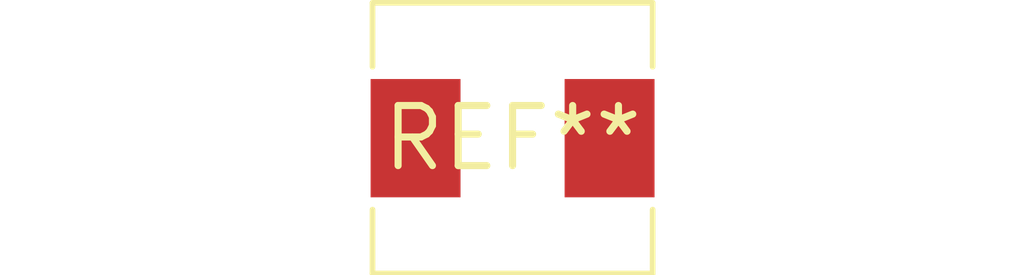
<source format=kicad_pcb>
(kicad_pcb (version 20240108) (generator pcbnew)
  (layers (0 "F.Cu" signal) (31 "B.Cu" signal) (34 "B.Paste" user) (35 "F.Paste" user) (36 "B.SilkS" user "B.Silkscreen") (37 "F.SilkS" user "F.Silkscreen") (38 "B.Mask" user) (39 "F.Mask" user) (44 "Edge.Cuts" user))
  (net 0 "")
  (footprint "L_Sunlord_MWSA0503S" (layer "F.Cu") (at 0 0)
    (property "Reference" "REF**")
    (property "Value" "L_Sunlord_MWSA0503S")
    (fp_line (start -2.96 -2.86) (end -2.96 -1.51) (layer "F.SilkS") (stroke (width 0.12)))
    (fp_line (start -2.96 -2.86) (end 2.96 -2.86) (layer "F.SilkS") (stroke (width 0.12)))
    (fp_line (start -2.96 2.86) (end -2.96 1.51) (layer "F.SilkS") (stroke (width 0.12)))
    (fp_line (start -2.96 2.86) (end 2.96 2.86) (layer "F.SilkS") (stroke (width 0.12)))
    (fp_line (start 2.96 -2.86) (end 2.96 -1.51) (layer "F.SilkS") (stroke (width 0.12)))
    (fp_line (start 2.96 2.86) (end 2.96 1.51) (layer "F.SilkS") (stroke (width 0.12)))
    (pad "1" smd rect (at -2.05 0) (size 1.9 2.5) (layers "F.Cu" "F.Paste" "F.Mask"))
    (pad "2" smd rect (at 2.05 0) (size 1.9 2.5) (layers "F.Cu" "F.Paste" "F.Mask"))
  )
)
</source>
